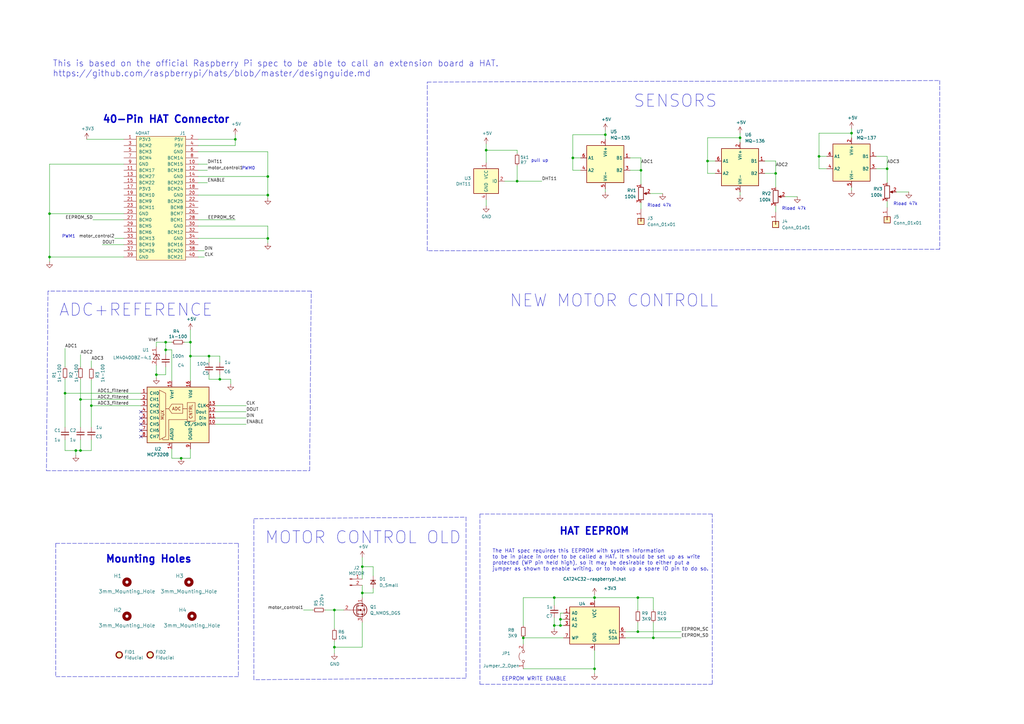
<source format=kicad_sch>
(kicad_sch (version 20211123) (generator eeschema)
  (paper "A3")
  (title_block (title "Raspberry Pi HAT Sensors") (date "2022-07-21") (rev "2"))
  (lib_symbols
    (symbol "Analog_ADC:MCP3208" (pin_names (offset 1.016))
      (property "Reference" "U" (at -5.08 13.335 0))
      (property "Value" "MCP3208" (at -5.08 11.43 0))
      (symbol "MCP3208_0_0"
        (text "ADC" (at -0.635 1.27 0) (effects (font (size 1.27 1.27))))
        (text "CNTRL" (at 5.969 -2.921 900) (effects (font (size 1.27 1.27)) (justify left bottom)))
        (text "MUX" (at -6.35 -1.27 900) (effects (font (size 1.27 1.27))))
      )
      (symbol "MCP3208_0_1"
        (polyline (pts (xy -3.81 1.27) (xy -5.08 1.27)))
        (polyline (pts (xy 1.905 1.27) (xy 3.81 1.27)))
        (polyline (pts (xy -7.62 8.89) (xy -7.62 -11.43) (xy -5.08 -10.16) (xy -5.08 7.62) (xy -7.62 8.89)))
        (polyline (pts (xy 3.81 -3.175) (xy -3.81 -3.175) (xy -3.81 -11.43) (xy -6.35 -11.43) (xy -6.35 -10.795)))
        (polyline (pts (xy 1.905 3.175) (xy 1.905 -0.635) (xy -2.54 -0.635) (xy -3.81 1.27) (xy -2.54 3.175) (xy 1.905 3.175)))
        (rectangle (start 3.81 -3.81) (end 6.985 3.81))
        (rectangle (start 12.7 -12.7) (end -12.7 10.16) (stroke (width 0.254)) (fill (type background)))
      )
      (symbol "MCP3208_1_1"
        (pin input line (at -15.24 7.62 0) (length 2.54) (name "CH0") (number "1"))
        (pin input line (at 15.24 -5.08 180) (length 2.54) (name "~{CS}/SHDN") (number "10"))
        (pin input line (at 15.24 -2.54 180) (length 2.54) (name "Din") (number "11"))
        (pin output line (at 15.24 0 180) (length 2.54) (name "Dout") (number "12"))
        (pin input clock (at 15.24 2.54 180) (length 2.54) (name "CLK") (number "13"))
        (pin power_in line (at -2.54 -15.24 90) (length 2.54) (name "AGND") (number "14"))
        (pin power_in line (at -2.54 12.7 270) (length 2.54) (name "Vref") (number "15"))
        (pin power_in line (at 5.08 12.7 270) (length 2.54) (name "Vdd") (number "16"))
        (pin input line (at -15.24 5.08 0) (length 2.54) (name "CH1") (number "2"))
        (pin input line (at -15.24 2.54 0) (length 2.54) (name "CH2") (number "3"))
        (pin input line (at -15.24 0 0) (length 2.54) (name "CH3") (number "4"))
        (pin input line (at -15.24 -2.54 0) (length 2.54) (name "CH4") (number "5"))
        (pin input line (at -15.24 -5.08 0) (length 2.54) (name "CH5") (number "6"))
        (pin input line (at -15.24 -7.62 0) (length 2.54) (name "CH6") (number "7"))
        (pin input line (at -15.24 -10.16 0) (length 2.54) (name "CH7") (number "8"))
        (pin power_in line (at 5.08 -15.24 90) (length 2.54) (name "DGND") (number "9"))
      )
    )
    (symbol "Connector:Conn_01x02_Male" (pin_names (offset 1.016) hide)
      (property "Reference" "J" (at 0 2.54 0))
      (property "Value" "Conn_01x02_Male" (at 0 -5.08 0))
      (symbol "Conn_01x02_Male_1_1"
        (polyline (pts (xy 1.27 -2.54) (xy 0.8636 -2.54)) (stroke (width 0.1524)))
        (polyline (pts (xy 1.27 0) (xy 0.8636 0)) (stroke (width 0.1524)))
        (rectangle (start 0.8636 -2.413) (end 0 -2.667) (stroke (width 0.1524)) (fill (type outline)))
        (rectangle (start 0.8636 0.127) (end 0 -0.127) (stroke (width 0.1524)) (fill (type outline)))
        (pin passive line (at 5.08 0 180) (length 3.81) (name "Pin_1") (number "1"))
        (pin passive line (at 5.08 -2.54 180) (length 3.81) (name "Pin_2") (number "2"))
      )
    )
    (symbol "Connector_Generic:Conn_01x01" (pin_names (offset 1.016) hide)
      (property "Reference" "J" (at 0 2.54 0))
      (property "Value" "Conn_01x01" (at 0 -2.54 0))
      (symbol "Conn_01x01_1_1"
        (rectangle (start -1.27 0.127) (end 0 -0.127) (stroke (width 0.1524)))
        (rectangle (start -1.27 1.27) (end 1.27 -1.27) (stroke (width 0.254)) (fill (type background)))
        (pin passive line (at -5.08 0 0) (length 3.81) (name "Pin_1") (number "1"))
      )
    )
    (symbol "Device:C_Small" (pin_numbers hide) (pin_names (offset 0.254) hide)
      (property "Reference" "C" (at 0.254 1.778 0))
      (property "Value" "C_Small" (at 0.254 -2.032 0))
      (symbol "C_Small_0_1"
        (polyline (pts (xy -1.524 -0.508) (xy 1.524 -0.508)) (stroke (width 0.3302)))
        (polyline (pts (xy -1.524 0.508) (xy 1.524 0.508)) (stroke (width 0.3048)))
      )
      (symbol "C_Small_1_1"
        (pin passive line (at 0 2.54 270) (length 2.032) (name "~") (number "1"))
        (pin passive line (at 0 -2.54 90) (length 2.032) (name "~") (number "2"))
      )
    )
    (symbol "Device:D_Small" (pin_numbers hide) (pin_names (offset 0.254) hide)
      (property "Reference" "D" (at -1.27 2.032 0))
      (property "Value" "D_Small" (at -3.81 -2.032 0))
      (symbol "D_Small_0_1"
        (polyline (pts (xy -0.762 -1.016) (xy -0.762 1.016)) (stroke (width 0.254)))
        (polyline (pts (xy -0.762 0) (xy 0.762 0)))
        (polyline (pts (xy 0.762 -1.016) (xy -0.762 0) (xy 0.762 1.016) (xy 0.762 -1.016)) (stroke (width 0.254)))
      )
      (symbol "D_Small_1_1"
        (pin passive line (at -2.54 0 0) (length 1.778) (name "K") (number "1"))
        (pin passive line (at 2.54 0 180) (length 1.778) (name "A") (number "2"))
      )
    )
    (symbol "Device:Q_NMOS_DGS" (pin_names (offset 0) hide)
      (property "Reference" "Q" (at 5.08 1.27 0))
      (property "Value" "Q_NMOS_DGS" (at 5.08 -1.27 0))
      (symbol "Q_NMOS_DGS_0_1"
        (polyline (pts (xy 0.254 0) (xy -2.54 0)))
        (polyline (pts (xy 0.254 1.905) (xy 0.254 -1.905)) (stroke (width 0.254)))
        (polyline (pts (xy 0.762 -1.27) (xy 0.762 -2.286)) (stroke (width 0.254)))
        (polyline (pts (xy 0.762 0.508) (xy 0.762 -0.508)) (stroke (width 0.254)))
        (polyline (pts (xy 0.762 2.286) (xy 0.762 1.27)) (stroke (width 0.254)))
        (polyline (pts (xy 2.54 2.54) (xy 2.54 1.778)))
        (polyline (pts (xy 2.54 -2.54) (xy 2.54 0) (xy 0.762 0)))
        (polyline (pts (xy 0.762 -1.778) (xy 3.302 -1.778) (xy 3.302 1.778) (xy 0.762 1.778)))
        (polyline (pts (xy 1.016 0) (xy 2.032 0.381) (xy 2.032 -0.381) (xy 1.016 0)) (fill (type outline)))
        (polyline (pts (xy 2.794 0.508) (xy 2.921 0.381) (xy 3.683 0.381) (xy 3.81 0.254)))
        (polyline (pts (xy 3.302 0.381) (xy 2.921 -0.254) (xy 3.683 -0.254) (xy 3.302 0.381)))
        (circle (center 1.651 0) (radius 2.794) (stroke (width 0.254)))
        (circle (center 2.54 -1.778) (radius 0.254) (fill (type outline)))
        (circle (center 2.54 1.778) (radius 0.254) (fill (type outline)))
      )
      (symbol "Q_NMOS_DGS_1_1"
        (pin passive line (at 2.54 5.08 270) (length 2.54) (name "D") (number "1"))
        (pin input line (at -5.08 0 0) (length 2.54) (name "G") (number "2"))
        (pin passive line (at 2.54 -5.08 90) (length 2.54) (name "S") (number "3"))
      )
    )
    (symbol "Device:R_Potentiometer" (pin_names (offset 1.016) hide)
      (property "Reference" "RV" (at -4.445 0 90))
      (property "Value" "R_Potentiometer" (at -2.54 0 90))
      (symbol "R_Potentiometer_0_1"
        (polyline (pts (xy 2.54 0) (xy 1.524 0)))
        (polyline (pts (xy 1.143 0) (xy 2.286 0.508) (xy 2.286 -0.508) (xy 1.143 0)) (fill (type outline)))
        (rectangle (start 1.016 2.54) (end -1.016 -2.54) (stroke (width 0.254)))
      )
      (symbol "R_Potentiometer_1_1"
        (pin passive line (at 0 3.81 270) (length 1.27) (name "1") (number "1"))
        (pin passive line (at 3.81 0 180) (length 1.27) (name "2") (number "2"))
        (pin passive line (at 0 -3.81 90) (length 1.27) (name "3") (number "3"))
      )
    )
    (symbol "Device:R_Small" (pin_numbers hide) (pin_names (offset 0.254) hide)
      (property "Reference" "R" (at 0.762 0.508 0))
      (property "Value" "R_Small" (at 0.762 -1.016 0))
      (symbol "R_Small_0_1"
        (rectangle (start -0.762 1.778) (end 0.762 -1.778) (stroke (width 0.2032)))
      )
      (symbol "R_Small_1_1"
        (pin passive line (at 0 2.54 270) (length 0.762) (name "~") (number "1"))
        (pin passive line (at 0 -2.54 90) (length 0.762) (name "~") (number "2"))
      )
    )
    (symbol "Jumper:Jumper_2_Open" (pin_names (offset 0) hide)
      (property "Reference" "JP" (at 0 2.794 0))
      (property "Value" "Jumper_2_Open" (at 0 -2.286 0))
      (symbol "Jumper_2_Open_0_0"
        (circle (center -2.032 0) (radius 0.508))
        (circle (center 2.032 0) (radius 0.508))
      )
      (symbol "Jumper_2_Open_0_1"
        (arc (start 1.524 1.27) (mid 0 1.778) (end -1.524 1.27))
      )
      (symbol "Jumper_2_Open_1_1"
        (pin passive line (at -5.08 0 0) (length 2.54) (name "A") (number "1"))
        (pin passive line (at 5.08 0 180) (length 2.54) (name "B") (number "2"))
      )
    )
    (symbol "Mechanical:Fiducial"
      (property "Reference" "FID" (at 0 5.08 0))
      (property "Value" "Fiducial" (at 0 3.175 0))
      (symbol "Fiducial_0_1"
        (circle (center 0 0) (radius 1.27) (stroke (width 0.508)) (fill (type background)))
      )
    )
    (symbol "Mechanical:MountingHole" (pin_names (offset 1.016))
      (property "Reference" "H" (at 0 5.08 0))
      (property "Value" "MountingHole" (at 0 3.175 0))
      (symbol "MountingHole_0_1"
        (circle (center 0 0) (radius 1.27) (stroke (width 1.27)))
      )
    )
    (symbol "RPI_HAT_sensors-rescue:CAT24C32-raspberrypi_hat" (pin_names (offset 0.762))
      (property "Reference" "U" (at -8.89 8.89 0))
      (property "Value" "CAT24C32-raspberrypi_hat" (at 6.35 8.89 0))
      (symbol "CAT24C32-raspberrypi_hat_0_0"
        (pin power_in line (at 0 -10.16 90) (length 2.54) (name "GND") (number "4"))
        (pin power_in line (at 0 10.16 270) (length 2.54) (name "VCC") (number "8"))
      )
      (symbol "CAT24C32-raspberrypi_hat_1_1"
        (rectangle (start -10.16 -7.62) (end 10.16 7.62) (stroke (width 0.254)) (fill (type background)))
        (pin input line (at -12.7 5.08 0) (length 2.54) (name "A0") (number "1"))
        (pin input line (at -12.7 2.54 0) (length 2.54) (name "A1") (number "2"))
        (pin input line (at -12.7 0 0) (length 2.54) (name "A2") (number "3"))
        (pin bidirectional line (at 12.7 -5.08 180) (length 2.54) (name "SDA") (number "5"))
        (pin input line (at 12.7 -2.54 180) (length 2.54) (name "SCL") (number "6"))
        (pin input line (at -12.7 -5.08 0) (length 2.54) (name "WP") (number "7"))
      )
    )
    (symbol "Reference_Voltage:LM4040DBZ-4.1" (pin_names (offset 0.0254) hide)
      (property "Reference" "U" (at 0 2.54 0))
      (property "Value" "LM4040DBZ-4.1" (at 0 -3.175 0))
      (symbol "LM4040DBZ-4.1_0_1"
        (polyline (pts (xy -1.27 0) (xy 0 0) (xy 1.27 0)))
        (polyline (pts (xy -1.27 -1.27) (xy 0.635 0) (xy -1.27 1.27) (xy -1.27 -1.27)) (stroke (width 0.2032)))
        (polyline (pts (xy 0 -1.27) (xy 0.635 -1.27) (xy 0.635 1.27) (xy 1.27 1.27)) (stroke (width 0.2032)))
      )
      (symbol "LM4040DBZ-4.1_1_1"
        (pin passive line (at 3.81 0 180) (length 2.54) (name "K") (number "1"))
        (pin passive line (at -3.81 0 0) (length 2.54) (name "A") (number "2"))
      )
    )
    (symbol "Sensor:DHT11"
      (property "Reference" "U" (at -3.81 6.35 0))
      (property "Value" "DHT11" (at 3.81 6.35 0))
      (symbol "DHT11_0_1"
        (rectangle (start -5.08 5.08) (end 5.08 -5.08) (stroke (width 0.254)) (fill (type background)))
      )
      (symbol "DHT11_1_1"
        (pin power_in line (at 0 7.62 270) (length 2.54) (name "VCC") (number "1"))
        (pin bidirectional line (at 7.62 0 180) (length 2.54) (name "IO") (number "2"))
        (pin no_connect line (at -5.08 0 0) (length 2.54) hide (name "NC") (number "3"))
        (pin power_in line (at 0 -7.62 90) (length 2.54) (name "GND") (number "4"))
      )
    )
    (symbol "Sensor_Gas:MQ-6"
      (property "Reference" "U" (at -6.35 8.89 0))
      (property "Value" "MQ-6" (at 3.81 8.89 0))
      (symbol "MQ-6_0_1"
        (rectangle (start -7.62 7.62) (end 7.62 -7.62) (stroke (width 0.254)) (fill (type background)))
      )
      (symbol "MQ-6_1_1"
        (pin passive line (at 10.16 2.54 180) (length 2.54) (name "B1") (number "1"))
        (pin power_in line (at 0 10.16 270) (length 2.54) (name "VH+") (number "2"))
        (pin passive line (at 10.16 -2.54 180) (length 2.54) (name "B2") (number "3"))
        (pin passive line (at -10.16 -2.54 0) (length 2.54) (name "A2") (number "4"))
        (pin power_in line (at 0 -10.16 90) (length 2.54) (name "VH-") (number "5"))
        (pin passive line (at -10.16 2.54 0) (length 2.54) (name "A1") (number "6"))
      )
    )
    (symbol "power:+3.3V" (power) (pin_names (offset 0))
      (property "Value" "+3.3V" (at 0 3.556 0))
      (symbol "+3.3V_0_1"
        (polyline (pts (xy -0.762 1.27) (xy 0 2.54)))
        (polyline (pts (xy 0 0) (xy 0 2.54)))
        (polyline (pts (xy 0 2.54) (xy 0.762 1.27)))
      )
      (symbol "+3.3V_1_1"
        (pin power_in line (at 0 0 90) (length 0) hide (name "+3V3") (number "1"))
      )
    )
    (symbol "power:+5V" (power) (pin_names (offset 0))
      (property "Value" "+5V" (at 0 3.556 0))
      (symbol "+5V_0_1"
        (polyline (pts (xy -0.762 1.27) (xy 0 2.54)))
        (polyline (pts (xy 0 0) (xy 0 2.54)))
        (polyline (pts (xy 0 2.54) (xy 0.762 1.27)))
      )
      (symbol "+5V_1_1"
        (pin power_in line (at 0 0 90) (length 0) hide (name "+5V") (number "1"))
      )
    )
    (symbol "power:GND" (power) (pin_names (offset 0))
      (property "Value" "GND" (at 0 -3.81 0))
      (symbol "GND_0_1"
        (polyline (pts (xy 0 0) (xy 0 -1.27) (xy 1.27 -1.27) (xy 0 -2.54) (xy -1.27 -1.27) (xy 0 -1.27)))
      )
      (symbol "GND_1_1"
        (pin power_in line (at 0 0 270) (length 0) hide (name "GND") (number "1"))
      )
    )
    (symbol "raspberrypi_hat:OX40HAT" (pin_names (offset 1.016))
      (property "Reference" "J" (at 8.89 2.54 0))
      (property "Value" "OX40HAT" (at -7.62 2.54 0))
      (symbol "OX40HAT_0_1"
        (rectangle (start -10.16 1.27) (end 10.16 -49.53) (fill (type background)))
      )
      (symbol "OX40HAT_1_1"
        (pin bidirectional line (at -15.24 0 0) (length 5.08) (name "P3V3") (number "1"))
        (pin bidirectional line (at 15.24 -10.16 180) (length 5.08) (name "BCM15") (number "10"))
        (pin bidirectional line (at -15.24 -12.7 0) (length 5.08) (name "BCM17") (number "11"))
        (pin bidirectional line (at 15.24 -12.7 180) (length 5.08) (name "BCM18") (number "12"))
        (pin bidirectional line (at -15.24 -15.24 0) (length 5.08) (name "BCM27") (number "13"))
        (pin bidirectional line (at 15.24 -15.24 180) (length 5.08) (name "GND") (number "14"))
        (pin bidirectional line (at -15.24 -17.78 0) (length 5.08) (name "BCM22") (number "15"))
        (pin bidirectional line (at 15.24 -17.78 180) (length 5.08) (name "BCM23") (number "16"))
        (pin bidirectional line (at -15.24 -20.32 0) (length 5.08) (name "P3V3") (number "17"))
        (pin bidirectional line (at 15.24 -20.32 180) (length 5.08) (name "BCM24") (number "18"))
        (pin bidirectional line (at -15.24 -22.86 0) (length 5.08) (name "BCM10") (number "19"))
        (pin bidirectional line (at 15.24 0 180) (length 5.08) (name "P5V") (number "2"))
        (pin bidirectional line (at 15.24 -22.86 180) (length 5.08) (name "GND") (number "20"))
        (pin bidirectional line (at -15.24 -25.4 0) (length 5.08) (name "BCM9") (number "21"))
        (pin bidirectional line (at 15.24 -25.4 180) (length 5.08) (name "BCM25") (number "22"))
        (pin bidirectional line (at -15.24 -27.94 0) (length 5.08) (name "BCM11") (number "23"))
        (pin bidirectional line (at 15.24 -27.94 180) (length 5.08) (name "BCM8") (number "24"))
        (pin bidirectional line (at -15.24 -30.48 0) (length 5.08) (name "GND") (number "25"))
        (pin bidirectional line (at 15.24 -30.48 180) (length 5.08) (name "BCM7") (number "26"))
        (pin bidirectional line (at -15.24 -33.02 0) (length 5.08) (name "BCM0") (number "27"))
        (pin bidirectional line (at 15.24 -33.02 180) (length 5.08) (name "BCM1") (number "28"))
        (pin bidirectional line (at -15.24 -35.56 0) (length 5.08) (name "BCM5") (number "29"))
        (pin bidirectional line (at -15.24 -2.54 0) (length 5.08) (name "BCM2") (number "3"))
        (pin bidirectional line (at 15.24 -35.56 180) (length 5.08) (name "GND") (number "30"))
        (pin bidirectional line (at -15.24 -38.1 0) (length 5.08) (name "BCM6") (number "31"))
        (pin bidirectional line (at 15.24 -38.1 180) (length 5.08) (name "BCM12") (number "32"))
        (pin bidirectional line (at -15.24 -40.64 0) (length 5.08) (name "BCM13") (number "33"))
        (pin bidirectional line (at 15.24 -40.64 180) (length 5.08) (name "GND") (number "34"))
        (pin bidirectional line (at -15.24 -43.18 0) (length 5.08) (name "BCM19") (number "35"))
        (pin bidirectional line (at 15.24 -43.18 180) (length 5.08) (name "BCM16") (number "36"))
        (pin bidirectional line (at -15.24 -45.72 0) (length 5.08) (name "BCM26") (number "37"))
        (pin bidirectional line (at 15.24 -45.72 180) (length 5.08) (name "BCM20") (number "38"))
        (pin bidirectional line (at -15.24 -48.26 0) (length 5.08) (name "GND") (number "39"))
        (pin bidirectional line (at 15.24 -2.54 180) (length 5.08) (name "P5V") (number "4"))
        (pin bidirectional line (at 15.24 -48.26 180) (length 5.08) (name "BCM21") (number "40"))
        (pin bidirectional line (at -15.24 -5.08 0) (length 5.08) (name "BCM3") (number "5"))
        (pin bidirectional line (at 15.24 -5.08 180) (length 5.08) (name "GND") (number "6"))
        (pin bidirectional line (at -15.24 -7.62 0) (length 5.08) (name "BCM4") (number "7"))
        (pin bidirectional line (at 15.24 -7.62 180) (length 5.08) (name "BCM14") (number "8"))
        (pin bidirectional line (at -15.24 -10.16 0) (length 5.08) (name "GND") (number "9"))
      )
    )
  )
  (junction (at 148.59 232.41))
  (junction (at 290.195 66.04))
  (junction (at 137.16 250.19))
  (junction (at 227.33 256.54))
  (junction (at 20.32 87.63))
  (junction (at 85.725 146.05))
  (junction (at 137.16 265.43))
  (junction (at 335.915 64.135))
  (junction (at 96.52 57.15))
  (junction (at 74.295 187.96))
  (junction (at 243.84 274.32))
  (junction (at 199.39 61.595))
  (junction (at 214.63 261.62))
  (junction (at 31.115 184.785))
  (junction (at 261.62 245.11))
  (junction (at 261.62 259.08))
  (junction (at 33.02 163.83))
  (junction (at 78.105 140.335))
  (junction (at 303.53 56.515))
  (junction (at 78.105 146.05))
  (junction (at 349.25 54.61))
  (junction (at 229.87 256.54))
  (junction (at 262.89 69.85))
  (junction (at 109.855 80.01))
  (junction (at 33.02 184.785))
  (junction (at 148.59 243.205))
  (junction (at 318.135 71.12))
  (junction (at 20.32 105.41))
  (junction (at 212.09 74.295))
  (junction (at 229.87 254))
  (junction (at 64.135 153.67))
  (junction (at 90.17 155.575))
  (junction (at 267.97 261.62))
  (junction (at 37.465 166.37))
  (junction (at 67.945 143.51))
  (junction (at 363.855 69.215))
  (junction (at 26.67 161.29))
  (junction (at 248.285 55.245))
  (junction (at 109.855 97.79))
  (junction (at 243.84 245.11))
  (junction (at 227.33 245.11))
  (junction (at 234.95 64.77))
  (junction (at 109.855 72.39))
  (junction (at 67.945 140.335))
  (no_connect (at 57.785 168.91))
  (no_connect (at 57.785 173.99))
  (no_connect (at 57.785 171.45))
  (no_connect (at 57.785 179.07))
  (no_connect (at 57.785 176.53))
  (wire (pts (xy 363.855 64.135) (xy 363.855 69.215)))
  (wire (pts (xy 81.28 80.01) (xy 109.855 80.01)))
  (wire (pts (xy 85.725 146.05) (xy 85.725 148.59)))
  (wire (pts (xy 81.28 90.17) (xy 96.52 90.17)))
  (wire (pts (xy 26.67 142.875) (xy 26.67 150.495)))
  (wire (pts (xy 137.16 257.81) (xy 137.16 250.19)))
  (wire (pts (xy 261.62 255.27) (xy 261.62 259.08)))
  (wire (pts (xy 229.87 251.46) (xy 231.14 251.46)))
  (polyline (pts (xy 292.1 210.82) (xy 196.85 210.82)))
  (wire (pts (xy 96.52 57.15) (xy 96.52 59.69)))
  (wire (pts (xy 88.265 173.99) (xy 100.965 173.99)))
  (wire (pts (xy 199.39 61.595) (xy 212.09 61.595)))
  (polyline (pts (xy 104.14 278.765) (xy 104.14 212.725)))
  (wire (pts (xy 41.91 100.33) (xy 50.8 100.33)))
  (wire (pts (xy 335.915 54.61) (xy 349.25 54.61)))
  (wire (pts (xy 256.54 261.62) (xy 267.97 261.62)))
  (wire (pts (xy 70.485 187.96) (xy 70.485 184.15)))
  (wire (pts (xy 50.8 87.63) (xy 20.32 87.63)))
  (wire (pts (xy 109.855 81.28) (xy 109.855 80.01)))
  (wire (pts (xy 229.87 254) (xy 231.14 254)))
  (wire (pts (xy 94.615 155.575) (xy 94.615 157.48)))
  (wire (pts (xy 109.855 72.39) (xy 109.855 80.01)))
  (wire (pts (xy 267.97 255.27) (xy 267.97 261.62)))
  (wire (pts (xy 148.59 243.205) (xy 153.035 243.205)))
  (wire (pts (xy 261.62 245.11) (xy 261.62 250.19)))
  (wire (pts (xy 81.28 92.71) (xy 109.855 92.71)))
  (wire (pts (xy 67.945 143.51) (xy 67.945 140.335)))
  (wire (pts (xy 153.035 236.22) (xy 153.035 232.41)))
  (wire (pts (xy 229.87 251.46) (xy 229.87 254)))
  (wire (pts (xy 318.135 71.12) (xy 318.135 76.835)))
  (polyline (pts (xy 97.79 222.885) (xy 97.79 277.495)))
  (wire (pts (xy 258.445 64.77) (xy 262.89 64.77)))
  (wire (pts (xy 243.84 266.7) (xy 243.84 274.32)))
  (wire (pts (xy 248.285 53.34) (xy 248.285 55.245)))
  (wire (pts (xy 81.28 57.15) (xy 96.52 57.15)))
  (polyline (pts (xy 175.26 33.655) (xy 385.445 33.02)))
  (wire (pts (xy 349.25 52.705) (xy 349.25 54.61)))
  (wire (pts (xy 318.135 84.455) (xy 318.135 86.995)))
  (polyline (pts (xy 292.1 280.67) (xy 292.1 210.82)))
  (polyline (pts (xy 22.86 222.885) (xy 22.86 277.495)))
  (polyline (pts (xy 385.445 33.02) (xy 385.445 102.235)))
  (wire (pts (xy 100.965 168.91) (xy 88.265 168.91)))
  (wire (pts (xy 290.195 71.12) (xy 290.195 66.04)))
  (wire (pts (xy 26.67 155.575) (xy 26.67 161.29)))
  (wire (pts (xy 85.725 155.575) (xy 85.725 153.67)))
  (polyline (pts (xy 22.86 222.885) (xy 97.79 222.885)))
  (wire (pts (xy 267.97 245.11) (xy 267.97 250.19)))
  (polyline (pts (xy 19.05 193.04) (xy 127 193.04)))
  (wire (pts (xy 81.28 74.93) (xy 85.09 74.93)))
  (wire (pts (xy 234.95 69.85) (xy 234.95 64.77)))
  (wire (pts (xy 293.37 71.12) (xy 290.195 71.12)))
  (polyline (pts (xy 97.79 277.495) (xy 22.86 277.495)))
  (wire (pts (xy 262.89 64.77) (xy 262.89 69.85)))
  (polyline (pts (xy 127 193.04) (xy 127.635 119.38)))
  (wire (pts (xy 26.67 180.34) (xy 26.67 184.785)))
  (wire (pts (xy 148.59 245.11) (xy 148.59 243.205)))
  (wire (pts (xy 212.09 74.295) (xy 207.01 74.295)))
  (wire (pts (xy 37.465 166.37) (xy 57.785 166.37)))
  (wire (pts (xy 37.465 166.37) (xy 37.465 175.26)))
  (wire (pts (xy 227.33 245.11) (xy 227.33 248.285)))
  (wire (pts (xy 64.135 154.94) (xy 64.135 153.67)))
  (wire (pts (xy 26.67 161.29) (xy 57.785 161.29)))
  (wire (pts (xy 137.16 265.43) (xy 137.16 262.89)))
  (polyline (pts (xy 196.85 210.82) (xy 196.85 280.67)))
  (wire (pts (xy 148.59 240.03) (xy 148.59 243.205)))
  (wire (pts (xy 78.105 184.15) (xy 78.105 187.96)))
  (wire (pts (xy 234.95 64.77) (xy 234.95 55.245)))
  (wire (pts (xy 96.52 55.245) (xy 96.52 57.15)))
  (wire (pts (xy 64.135 153.67) (xy 67.945 153.67)))
  (wire (pts (xy 367.665 78.74) (xy 372.745 78.74)))
  (wire (pts (xy 290.195 66.04) (xy 293.37 66.04)))
  (wire (pts (xy 70.485 143.51) (xy 70.485 156.21)))
  (wire (pts (xy 262.89 83.185) (xy 262.89 85.725)))
  (wire (pts (xy 137.16 265.43) (xy 148.59 265.43)))
  (wire (pts (xy 70.485 143.51) (xy 67.945 143.51)))
  (wire (pts (xy 64.135 140.335) (xy 67.945 140.335)))
  (wire (pts (xy 81.28 67.31) (xy 85.09 67.31)))
  (wire (pts (xy 227.33 245.11) (xy 214.63 245.11)))
  (wire (pts (xy 148.59 232.41) (xy 148.59 228.6)))
  (wire (pts (xy 74.295 187.96) (xy 70.485 187.96)))
  (wire (pts (xy 339.09 69.215) (xy 335.915 69.215)))
  (polyline (pts (xy 127.635 119.38) (xy 19.685 119.38)))
  (wire (pts (xy 85.725 146.05) (xy 90.17 146.05)))
  (wire (pts (xy 153.035 243.205) (xy 153.035 241.3)))
  (wire (pts (xy 214.63 245.11) (xy 214.63 256.54)))
  (wire (pts (xy 303.53 56.515) (xy 303.53 58.42)))
  (wire (pts (xy 335.915 69.215) (xy 335.915 64.135)))
  (wire (pts (xy 37.465 147.955) (xy 37.465 150.7137)))
  (wire (pts (xy 38.1 90.17) (xy 50.8 90.17)))
  (wire (pts (xy 148.59 265.43) (xy 148.59 255.27)))
  (wire (pts (xy 33.02 180.34) (xy 33.02 184.785)))
  (wire (pts (xy 267.97 261.62) (xy 279.4 261.62)))
  (wire (pts (xy 243.84 245.11) (xy 243.84 246.38)))
  (wire (pts (xy 31.115 184.785) (xy 26.67 184.785)))
  (polyline (pts (xy 19.685 119.38) (xy 19.05 193.04)))
  (wire (pts (xy 243.84 274.32) (xy 243.84 276.225)))
  (wire (pts (xy 261.62 245.11) (xy 267.97 245.11)))
  (wire (pts (xy 133.35 250.19) (xy 137.16 250.19)))
  (wire (pts (xy 78.105 146.05) (xy 78.105 140.335)))
  (wire (pts (xy 124.46 250.19) (xy 128.27 250.19)))
  (polyline (pts (xy 175.26 102.87) (xy 175.26 33.655)))
  (wire (pts (xy 33.02 155.575) (xy 33.02 163.83)))
  (wire (pts (xy 335.915 64.135) (xy 335.915 54.61)))
  (wire (pts (xy 20.32 67.31) (xy 20.32 87.63)))
  (wire (pts (xy 153.035 232.41) (xy 148.59 232.41)))
  (wire (pts (xy 349.25 76.835) (xy 349.25 78.105)))
  (wire (pts (xy 248.285 77.47) (xy 248.285 78.74)))
  (wire (pts (xy 227.33 257.81) (xy 227.33 256.54)))
  (polyline (pts (xy 191.135 212.09) (xy 191.135 278.13)))
  (polyline (pts (xy 385.445 102.235) (xy 175.26 102.87)))
  (wire (pts (xy 335.915 64.135) (xy 339.09 64.135)))
  (wire (pts (xy 31.115 184.785) (xy 33.02 184.785)))
  (wire (pts (xy 262.89 69.85) (xy 262.89 75.565)))
  (polyline (pts (xy 191.135 278.13) (xy 104.14 278.765)))
  (wire (pts (xy 359.41 64.135) (xy 363.855 64.135)))
  (wire (pts (xy 199.39 81.915) (xy 199.39 84.455)))
  (wire (pts (xy 214.63 274.32) (xy 243.84 274.32)))
  (wire (pts (xy 20.32 105.41) (xy 20.32 107.315)))
  (wire (pts (xy 67.945 145.415) (xy 67.945 143.51)))
  (wire (pts (xy 88.265 166.37) (xy 100.965 166.37)))
  (wire (pts (xy 303.53 54.61) (xy 303.53 56.515)))
  (wire (pts (xy 81.28 72.39) (xy 109.855 72.39)))
  (wire (pts (xy 37.465 180.34) (xy 37.465 184.785)))
  (polyline (pts (xy 104.14 212.725) (xy 191.135 212.09)))
  (wire (pts (xy 78.105 146.05) (xy 85.725 146.05)))
  (wire (pts (xy 303.53 78.74) (xy 303.53 80.01)))
  (wire (pts (xy 109.855 92.71) (xy 109.855 97.79)))
  (wire (pts (xy 243.84 245.11) (xy 261.62 245.11)))
  (wire (pts (xy 90.17 155.575) (xy 90.17 153.67)))
  (wire (pts (xy 229.87 254) (xy 229.87 256.54)))
  (wire (pts (xy 266.7 79.375) (xy 271.78 79.375)))
  (wire (pts (xy 26.67 161.29) (xy 26.67 175.26)))
  (wire (pts (xy 109.855 62.23) (xy 109.855 72.39)))
  (wire (pts (xy 78.105 140.335) (xy 78.105 135.255)))
  (wire (pts (xy 227.33 256.54) (xy 229.87 256.54)))
  (wire (pts (xy 229.87 256.54) (xy 231.14 256.54)))
  (wire (pts (xy 81.28 105.41) (xy 83.82 105.41)))
  (wire (pts (xy 20.32 105.41) (xy 50.8 105.41)))
  (wire (pts (xy 349.25 54.61) (xy 349.25 56.515)))
  (wire (pts (xy 20.32 67.31) (xy 50.8 67.31)))
  (wire (pts (xy 137.16 250.19) (xy 140.97 250.19)))
  (wire (pts (xy 78.105 187.96) (xy 74.295 187.96)))
  (wire (pts (xy 243.84 243.84) (xy 243.84 245.11)))
  (wire (pts (xy 78.105 146.05) (xy 78.105 156.21)))
  (wire (pts (xy 313.69 66.04) (xy 318.135 66.04)))
  (wire (pts (xy 248.285 55.245) (xy 248.285 57.15)))
  (wire (pts (xy 313.69 71.12) (xy 318.135 71.12)))
  (wire (pts (xy 81.28 59.69) (xy 96.52 59.69)))
  (wire (pts (xy 81.28 97.79) (xy 109.855 97.79)))
  (wire (pts (xy 90.17 155.575) (xy 94.615 155.575)))
  (wire (pts (xy 109.855 99.695) (xy 109.855 97.79)))
  (wire (pts (xy 33.02 163.83) (xy 33.02 175.26)))
  (wire (pts (xy 321.945 80.645) (xy 327.025 80.645)))
  (wire (pts (xy 212.09 74.295) (xy 222.25 74.295)))
  (wire (pts (xy 20.32 87.63) (xy 20.32 105.41)))
  (wire (pts (xy 214.63 261.62) (xy 214.63 264.16)))
  (wire (pts (xy 238.125 69.85) (xy 234.95 69.85)))
  (wire (pts (xy 234.95 55.245) (xy 248.285 55.245)))
  (wire (pts (xy 359.41 69.215) (xy 363.855 69.215)))
  (wire (pts (xy 64.135 140.335) (xy 64.135 142.24)))
  (wire (pts (xy 234.95 64.77) (xy 238.125 64.77)))
  (wire (pts (xy 78.105 140.335) (xy 75.565 140.335)))
  (wire (pts (xy 31.115 186.69) (xy 31.115 184.785)))
  (wire (pts (xy 212.09 67.945) (xy 212.09 74.295)))
  (wire (pts (xy 64.135 153.67) (xy 64.135 149.86)))
  (wire (pts (xy 214.63 261.62) (xy 231.14 261.62)))
  (wire (pts (xy 258.445 69.85) (xy 262.89 69.85)))
  (wire (pts (xy 67.945 150.495) (xy 67.945 153.67)))
  (wire (pts (xy 199.39 66.675) (xy 199.39 61.595)))
  (wire (pts (xy 256.54 259.08) (xy 261.62 259.08)))
  (wire (pts (xy 88.265 171.45) (xy 100.965 171.45)))
  (wire (pts (xy 50.8 57.15) (xy 35.56 57.15)))
  (wire (pts (xy 212.09 61.595) (xy 212.09 62.865)))
  (wire (pts (xy 46.99 97.79) (xy 50.8 97.79)))
  (wire (pts (xy 227.33 253.365) (xy 227.33 256.54)))
  (wire (pts (xy 363.855 69.215) (xy 363.855 74.93)))
  (wire (pts (xy 318.135 66.04) (xy 318.135 71.12)))
  (wire (pts (xy 33.02 184.785) (xy 37.465 184.785)))
  (wire (pts (xy 261.62 259.08) (xy 279.4 259.08)))
  (polyline (pts (xy 196.85 280.67) (xy 292.1 280.67)))
  (wire (pts (xy 90.17 146.05) (xy 90.17 148.59)))
  (wire (pts (xy 243.84 245.11) (xy 227.33 245.11)))
  (wire (pts (xy 37.465 155.7937) (xy 37.465 166.37)))
  (wire (pts (xy 85.09 69.85) (xy 81.28 69.85)))
  (wire (pts (xy 137.16 267.97) (xy 137.16 265.43)))
  (wire (pts (xy 85.725 155.575) (xy 90.17 155.575)))
  (wire (pts (xy 33.02 145.415) (xy 33.02 150.495)))
  (wire (pts (xy 290.195 66.04) (xy 290.195 56.515)))
  (wire (pts (xy 290.195 56.515) (xy 303.53 56.515)))
  (wire (pts (xy 199.39 61.595) (xy 199.39 59.055)))
  (wire (pts (xy 81.28 62.23) (xy 109.855 62.23)))
  (wire (pts (xy 81.28 102.87) (xy 83.82 102.87)))
  (wire (pts (xy 67.945 140.335) (xy 70.485 140.335)))
  (wire (pts (xy 148.59 237.49) (xy 148.59 232.41)))
  (wire (pts (xy 363.855 82.55) (xy 363.855 85.09)))
  (wire (pts (xy 33.02 163.83) (xy 57.785 163.83)))
  (text "NEW MOTOR CONTROLL" (at 208.915 126.365 0) (effects (font (size 5 5)) (justify left bottom)))
  (text "This is based on the official Raspberry Pi spec to be able to call an extension board a HAT.\nhttps://github.com/raspberrypi/hats/blob/master/designguide.md" (at 21.59 31.75 0) (effects (font (size 2.54 2.54)) (justify left bottom)))
  (text "Rload 47k" (at 366.395 84.455 0) (effects (font (size 1.27 1.27)) (justify left bottom)))
  (text "The HAT spec requires this EEPROM with system information\nto be in place in order to be called a HAT. It should be set up as write\nprotected (WP pin held high), so it may be desirable to either put a \njumper as shown to enable writing, or to hook up a spare IO pin to do so." (at 201.93 234.315 0) (effects (font (size 1.524 1.524)) (justify left bottom)))
  (text "PWM0" (at 99.06 69.85 0) (effects (font (size 1.27 1.27)) (justify left bottom)))
  (text "PWM1" (at 25.4 97.79 0) (effects (font (size 1.27 1.27)) (justify left bottom)))
  (text "Rload 47k" (at 265.43 85.09 0) (effects (font (size 1.27 1.27)) (justify left bottom)))
  (text "ADC+REFERENCE" (at 24.13 130.175 0) (effects (font (size 5 5)) (justify left bottom)))
  (text "Rload 47k" (at 320.675 86.36 0) (effects (font (size 1.27 1.27)) (justify left bottom)))
  (text "SENSORS" (at 259.715 44.45 0) (effects (font (size 5 5)) (justify left bottom)))
  (text "40-Pin HAT Connector" (at 41.91 50.8 0) (effects (font (size 2.9972 2.9972) (thickness 0.5994) bold) (justify left bottom)))
  (text "Mounting Holes" (at 43.18 231.14 0) (effects (font (size 2.9972 2.9972) (thickness 0.5994) bold) (justify left bottom)))
  (text "HAT EEPROM" (at 229.235 219.71 0) (effects (font (size 2.9972 2.9972) (thickness 0.5994) bold) (justify left bottom)))
  (text "EEPROM WRITE ENABLE" (at 205.74 279.4 0) (effects (font (size 1.524 1.524)) (justify left bottom)))
  (text "pull up" (at 217.805 66.675 0) (effects (font (size 1.27 1.27)) (justify left bottom)))
  (text "MOTOR CONTROL OLD" (at 108.585 223.52 0) (effects (font (size 5 5)) (justify left bottom)))
  (label "ADC3_filtered" (at 40.005 166.37 0))
  (label "EEPROM_SC" (at 96.52 90.17 180))
  (label "EEPROM_SC" (at 279.4 259.08 0))
  (label "DOUT" (at 100.965 168.91 0))
  (label "ADC1_filtered" (at 40.005 161.29 0))
  (label "ADC2" (at 33.02 145.415 0))
  (label "motor_control2" (at 46.99 97.79 180))
  (label "ENABLE" (at 100.965 173.99 0))
  (label "ADC1" (at 262.89 67.31 0))
  (label "EEPROM_SD" (at 279.4 261.62 0))
  (label "DHT11" (at 222.25 74.295 0))
  (label "DIN" (at 83.82 102.87 0))
  (label "ADC2" (at 318.135 68.58 0))
  (label "motor_control1" (at 124.46 250.19 180))
  (label "ENABLE" (at 85.09 74.93 0))
  (label "CLK" (at 100.965 166.37 0))
  (label "EEPROM_SD" (at 38.1 90.17 180))
  (label "motor_control1" (at 85.09 69.85 0))
  (label "ADC2_filtered" (at 40.005 163.83 0))
  (label "ADC1" (at 26.67 142.875 0))
  (label "Vref" (at 64.77 140.335 180))
  (label "DIN" (at 100.965 171.45 0))
  (label "DOUT" (at 41.91 100.33 0))
  (label "DHT11" (at 85.09 67.31 0))
  (label "ADC3" (at 37.465 147.955 0))
  (label "CLK" (at 83.82 105.41 0))
  (label "ADC3" (at 363.855 67.31 0))
  (symbol (lib_id "Mechanical:MountingHole") (at 52.07 238.76 0) (unit 1)
    (property "Reference" "H1" (at 48.26 236.22 0) (effects (font (size 1.524 1.524))))
    (property "Value" "3mm_Mounting_Hole" (at 52.07 242.57 0) (effects (font (size 1.524 1.524))))
    (property "Footprint" "project_footprints:NPTH_3mm_ID" (effects hide))
  )
  (symbol (lib_id "Mechanical:MountingHole") (at 77.47 238.76 0) (unit 1)
    (property "Reference" "H3" (at 73.66 236.22 0) (effects (font (size 1.524 1.524))))
    (property "Value" "3mm_Mounting_Hole" (at 77.47 242.57 0) (effects (font (size 1.524 1.524))))
    (property "Footprint" "project_footprints:NPTH_3mm_ID" (effects hide))
  )
  (symbol (lib_id "Mechanical:MountingHole") (at 52.07 252.73 0) (unit 1)
    (property "Reference" "H2" (at 48.26 250.19 0) (effects (font (size 1.524 1.524))))
    (property "Value" "3mm_Mounting_Hole" (at 52.07 256.54 0) (effects (font (size 1.524 1.524))))
    (property "Footprint" "project_footprints:NPTH_3mm_ID" (effects hide))
  )
  (symbol (lib_id "Mechanical:MountingHole") (at 78.74 252.73 0) (unit 1)
    (property "Reference" "H4" (at 74.93 250.19 0) (effects (font (size 1.524 1.524))))
    (property "Value" "3mm_Mounting_Hole" (at 78.74 256.54 0) (effects (font (size 1.524 1.524))))
    (property "Footprint" "project_footprints:NPTH_3mm_ID" (effects hide))
  )
  (symbol (lib_id "raspberrypi_hat:OX40HAT") (at 66.04 57.15 0) (unit 1)
    (property "Reference" "J1" (at 74.93 54.61 0))
    (property "Value" "40HAT" (at 58.42 54.61 0))
    (property "Footprint" "Connector_PinSocket_2.54mm:PinSocket_2x20_P2.54mm_Vertical" (effects hide))
  )
  (symbol (lib_id "RPI_HAT_sensors-rescue:CAT24C32-raspberrypi_hat") (at 243.84 256.54 0) (unit 1)
    (property "Reference" "U4" (at 238.76 247.65 0))
    (property "Value" "CAT24C32-raspberrypi_hat" (at 243.84 237.49 0))
    (property "Footprint" "Package_SO:TSSOP-8_4.4x3mm_P0.65mm" (effects hide))
  )
  (symbol (lib_id "Jumper:Jumper_2_Open") (at 214.63 269.24 90) (unit 1)
    (property "Reference" "JP1" (at 205.74 267.97 90) (effects (justify right)))
    (property "Value" "Jumper_2_Open" (at 198.12 273.05 90) (effects (justify right)))
    (property "Footprint" "Connector_PinHeader_2.54mm:PinHeader_1x02_P2.54mm_Vertical" (effects hide))
  )
  (symbol (lib_id "Device:R_Small") (at 137.16 260.35 0) (unit 1)
    (property "Reference" "R6" (at 138.6586 259.1816 0) (effects (justify left)))
    (property "Value" "10k" (at 138.6586 261.493 0) (effects (justify left)))
    (property "Footprint" "Resistor_THT:R_Axial_DIN0204_L3.6mm_D1.6mm_P7.62mm_Horizontal" (effects hide))
  )
  (symbol (lib_id "Device:R_Small") (at 214.63 259.08 0) (unit 1)
    (property "Reference" "R8" (at 208.28 258.445 0) (effects (justify left)))
    (property "Value" "3K9" (at 208.28 260.7564 0) (effects (justify left)))
    (property "Footprint" "Resistor_SMD:R_0805_2012Metric_Pad1.20x1.40mm_HandSolder" (effects hide))
  )
  (symbol (lib_id "Device:R_Small") (at 33.02 153.035 180) (unit 1)
    (property "Reference" "R2" (at 29.21 152.4 90) (effects (justify left)))
    (property "Value" "1k-100" (at 31.3436 149.225 90) (effects (justify left)))
    (property "Footprint" "Resistor_SMD:R_0805_2012Metric_Pad1.20x1.40mm_HandSolder" (effects hide))
  )
  (symbol (lib_id "Device:R_Small") (at 267.97 252.73 0) (unit 1)
    (property "Reference" "R10" (at 269.4686 251.5616 0) (effects (justify left)))
    (property "Value" "3K9" (at 269.4686 253.873 0) (effects (justify left)))
    (property "Footprint" "Resistor_SMD:R_0805_2012Metric_Pad1.20x1.40mm_HandSolder" (effects hide))
  )
  (symbol (lib_id "Connector_Generic:Conn_01x01") (at 363.855 90.17 270) (unit 1)
    (property "Reference" "J5" (at 366.395 88.8999 90) (effects (justify left)))
    (property "Value" "Conn_01x01" (at 366.395 91.4399 90) (effects (justify left)))
    (property "Footprint" "Connector_PinHeader_2.54mm:PinHeader_1x01_P2.54mm_Vertical" (effects hide))
  )
  (symbol (lib_id "power:+3.3V") (at 35.56 57.15 0) (unit 1)
    (property "Reference" "#PWR03" (effects hide))
    (property "Value" "+3.3V" (at 35.941 52.7558 0))
  )
  (symbol (lib_id "Device:C_Small") (at 33.02 177.8 0) (unit 1)
    (property "Reference" "C2" (at 28.575 176.53 0) (effects (justify left)))
    (property "Value" "1u" (at 28.575 180.34 0) (effects (justify left)))
    (property "Footprint" "Capacitor_SMD:C_0805_2012Metric_Pad1.18x1.45mm_HandSolder" (effects hide))
  )
  (symbol (lib_id "power:GND") (at 243.84 276.225 0) (unit 1)
    (property "Reference" "#PWR017" (effects hide))
    (property "Value" "GND" (effects hide))
  )
  (symbol (lib_id "power:GND") (at 199.39 84.455 0) (unit 1)
    (property "Reference" "#PWR014" (effects hide))
    (property "Value" "GND" (at 199.517 88.8492 0))
  )
  (symbol (lib_id "Device:C_Small") (at 85.725 151.13 180) (unit 1)
    (property "Reference" "C5" (at 85.725 153.035 0) (effects (justify left)))
    (property "Value" "100n" (at 85.725 149.225 0) (effects (justify left)))
    (property "Footprint" "Capacitor_SMD:C_0805_2012Metric_Pad1.18x1.45mm_HandSolder" (effects hide))
  )
  (symbol (lib_id "power:GND") (at 109.855 99.695 0) (unit 1)
    (property "Reference" "#PWR010" (effects hide))
    (property "Value" "GND" (effects hide))
  )
  (symbol (lib_id "Device:R_Small") (at 261.62 252.73 0) (unit 1)
    (property "Reference" "R9" (at 263.1186 251.5616 0) (effects (justify left)))
    (property "Value" "3K9" (at 263.1186 253.873 0) (effects (justify left)))
    (property "Footprint" "Resistor_SMD:R_0805_2012Metric_Pad1.20x1.40mm_HandSolder" (effects hide))
  )
  (symbol (lib_id "power:+5V") (at 248.285 53.34 0) (unit 1)
    (property "Reference" "#PWR018" (effects hide))
    (property "Value" "+5V" (at 248.666 48.9458 0))
  )
  (symbol (lib_id "Device:D_Small") (at 153.035 238.76 270) (unit 1)
    (property "Reference" "D1" (at 155.575 237.4899 90) (effects (justify left)))
    (property "Value" "D_Small" (at 155.575 240.0299 90) (effects (justify left)))
  )
  (symbol (lib_id "power:+5V") (at 78.105 135.255 0) (unit 1)
    (property "Reference" "#PWR06" (effects hide))
    (property "Value" "+5V" (at 78.486 130.8608 0))
  )
  (symbol (lib_id "Mechanical:Fiducial") (at 61.595 268.605 0) (unit 1)
    (property "Reference" "FID2" (at 63.754 267.4366 0) (effects (justify left)))
    (property "Value" "Fiducial" (at 63.754 269.748 0) (effects (justify left)))
    (property "Footprint" "Symbol:WEEE-Logo_4.2x6mm_SilkScreen" (effects hide))
  )
  (symbol (lib_id "Analog_ADC:MCP3208") (at 73.025 168.91 0) (unit 1)
    (property "Reference" "U2" (at 64.77 184.15 0))
    (property "Value" "MCP3208" (at 64.77 186.4614 0))
    (property "Footprint" "Package_SO:SOIC-16_3.9x9.9mm_P1.27mm" (effects hide))
    (property "Datasheet" "http://ww1.microchip.com/downloads/en/DeviceDoc/21298c.pdf" (effects hide))
  )
  (symbol (lib_id "Device:C_Small") (at 227.33 250.825 180) (unit 1)
    (property "Reference" "C7" (at 226.695 252.73 0) (effects (justify left)))
    (property "Value" "1u" (at 226.695 248.92 0) (effects (justify left)))
    (property "Footprint" "Capacitor_SMD:C_0805_2012Metric_Pad1.18x1.45mm_HandSolder" (effects hide))
  )
  (symbol (lib_id "power:GND") (at 271.78 79.375 0) (unit 1)
    (property "Reference" "#PWR020" (effects hide))
    (property "Value" "GND" (effects hide))
  )
  (symbol (lib_id "power:+5V") (at 303.53 54.61 0) (unit 1)
    (property "Reference" "#PWR021" (effects hide))
    (property "Value" "+5V" (at 303.911 50.2158 0))
  )
  (symbol (lib_id "Device:R_Potentiometer") (at 363.855 78.74 0) (unit 1)
    (property "Reference" "RV3" (at 361.95 77.4699 0) (effects (justify right)))
    (property "Value" "100k" (at 361.95 80.0099 0) (effects (justify right)))
    (property "Footprint" "Potentiometer_THT:Potentiometer_Piher_PT-10-V05_Vertical" (effects hide))
  )
  (symbol (lib_id "Reference_Voltage:LM4040DBZ-4.1") (at 64.135 146.05 90) (unit 1)
    (property "Reference" "U1" (at 58.42 143.51 90) (effects (justify right)))
    (property "Value" "LM4040DBZ-4.1" (at 46.355 146.685 90) (effects (justify right)))
    (property "Footprint" "Package_TO_SOT_SMD:SOT-23" (effects hide))
    (property "Datasheet" "http://www.ti.com/lit/ds/symlink/lm4040-n.pdf" (effects hide))
  )
  (symbol (lib_id "power:GND") (at 64.135 154.94 0) (unit 1)
    (property "Reference" "#PWR04" (effects hide))
    (property "Value" "GND" (effects hide))
  )
  (symbol (lib_id "Connector:Conn_01x02_Male") (at 143.51 237.49 0) (unit 1)
    (property "Reference" "J2" (at 146.2532 232.8926 0))
    (property "Value" "MOTOR" (at 146.2532 235.204 0))
    (property "Footprint" "Connector_PinHeader_2.54mm:PinHeader_1x02_P2.54mm_Vertical" (effects hide))
  )
  (symbol (lib_id "power:GND") (at 20.32 107.315 0) (unit 1)
    (property "Reference" "#PWR01" (effects hide))
    (property "Value" "GND" (effects hide))
  )
  (symbol (lib_id "power:GND") (at 349.25 78.105 0) (unit 1)
    (property "Reference" "#PWR025" (effects hide))
    (property "Value" "GND" (effects hide))
  )
  (symbol (lib_id "power:GND") (at 303.53 80.01 0) (unit 1)
    (property "Reference" "#PWR022" (effects hide))
    (property "Value" "GND" (effects hide))
  )
  (symbol (lib_id "Sensor_Gas:MQ-6") (at 303.53 68.58 0) (unit 1)
    (property "Reference" "U6" (at 305.5494 55.245 0) (effects (justify left)))
    (property "Value" "MQ-136" (at 305.5494 57.785 0) (effects (justify left)))
    (property "Footprint" "Sensor:MQ-6" (effects hide))
    (property "Datasheet" "https://www.winsen-sensor.com/d/files/semiconductor/mq-6.pdf" (effects hide))
  )
  (symbol (lib_id "Device:C_Small") (at 26.67 177.8 0) (unit 1)
    (property "Reference" "C1" (at 22.225 176.53 0) (effects (justify left)))
    (property "Value" "1u" (at 22.225 180.34 0) (effects (justify left)))
    (property "Footprint" "Capacitor_SMD:C_0805_2012Metric_Pad1.18x1.45mm_HandSolder" (effects hide))
  )
  (symbol (lib_id "Device:R_Small") (at 73.025 140.335 90) (unit 1)
    (property "Reference" "R4" (at 73.66 135.89 90) (effects (justify left)))
    (property "Value" "1k-100" (at 76.835 138.0236 90) (effects (justify left)))
    (property "Footprint" "Resistor_SMD:R_0805_2012Metric_Pad1.20x1.40mm_HandSolder" (effects hide))
  )
  (symbol (lib_id "Sensor:DHT11") (at 199.39 74.295 0) (unit 1)
    (property "Reference" "U3" (at 193.1924 73.1266 0) (effects (justify right)))
    (property "Value" "DHT11" (at 193.1924 75.438 0) (effects (justify right)))
    (property "Footprint" "Sensor:Aosong_DHT11_5.5x12.0_P2.54mm" (effects hide))
    (property "Datasheet" "http://akizukidenshi.com/download/ds/aosong/DHT11.pdf" (effects hide))
  )
  (symbol (lib_id "power:GND") (at 74.295 187.96 0) (unit 1)
    (property "Reference" "#PWR05" (effects hide))
    (property "Value" "GND" (effects hide))
  )
  (symbol (lib_id "Device:R_Small") (at 212.09 65.405 0) (unit 1)
    (property "Reference" "R7" (at 213.36 66.675 0) (effects (justify left)))
    (property "Value" "5k1" (at 213.36 64.5414 0) (effects (justify left)))
    (property "Footprint" "Resistor_SMD:R_0805_2012Metric_Pad1.20x1.40mm_HandSolder" (effects hide))
  )
  (symbol (lib_id "Sensor_Gas:MQ-6") (at 248.285 67.31 0) (unit 1)
    (property "Reference" "U5" (at 250.3044 53.975 0) (effects (justify left)))
    (property "Value" "MQ-135" (at 250.3044 56.515 0) (effects (justify left)))
    (property "Footprint" "Sensor:MQ-6" (effects hide))
    (property "Datasheet" "https://www.winsen-sensor.com/d/files/semiconductor/mq-6.pdf" (effects hide))
  )
  (symbol (lib_id "Device:C_Small") (at 37.465 177.8 180) (unit 1)
    (property "Reference" "C3" (at 41.91 179.07 0) (effects (justify left)))
    (property "Value" "1u" (at 41.91 175.26 0) (effects (justify left)))
    (property "Footprint" "Capacitor_SMD:C_0805_2012Metric_Pad1.18x1.45mm_HandSolder" (effects hide))
  )
  (symbol (lib_id "power:+5V") (at 349.25 52.705 0) (unit 1)
    (property "Reference" "#PWR024" (effects hide))
    (property "Value" "+5V" (at 349.631 48.3108 0))
  )
  (symbol (lib_id "Connector_Generic:Conn_01x01") (at 262.89 90.805 270) (unit 1)
    (property "Reference" "J3" (at 265.43 89.5349 90) (effects (justify left)))
    (property "Value" "Conn_01x01" (at 265.43 92.0749 90) (effects (justify left)))
    (property "Footprint" "Connector_PinHeader_2.54mm:PinHeader_1x01_P2.54mm_Vertical" (effects hide))
  )
  (symbol (lib_id "power:GND") (at 248.285 78.74 0) (unit 1)
    (property "Reference" "#PWR019" (effects hide))
    (property "Value" "GND" (effects hide))
  )
  (symbol (lib_id "Device:R_Small") (at 130.81 250.19 90) (unit 1)
    (property "Reference" "R5" (at 129.6416 248.6914 0) (effects (justify left)))
    (property "Value" "220+" (at 131.953 248.6914 0) (effects (justify left)))
    (property "Footprint" "Resistor_THT:R_Axial_DIN0204_L3.6mm_D1.6mm_P7.62mm_Horizontal" (effects hide))
  )
  (symbol (lib_id "power:GND") (at 31.115 186.69 0) (unit 1)
    (property "Reference" "#PWR02" (effects hide))
    (property "Value" "GND" (effects hide))
  )
  (symbol (lib_id "Sensor_Gas:MQ-6") (at 349.25 66.675 0) (unit 1)
    (property "Reference" "U7" (at 351.2694 53.975 0) (effects (justify left)))
    (property "Value" "MQ-137" (at 351.2694 56.515 0) (effects (justify left)))
    (property "Footprint" "Sensor:MQ-6" (effects hide))
    (property "Datasheet" "https://www.winsen-sensor.com/d/files/semiconductor/mq-6.pdf" (effects hide))
  )
  (symbol (lib_id "power:GND") (at 372.745 78.74 0) (unit 1)
    (property "Reference" "#PWR026" (effects hide))
    (property "Value" "GND" (effects hide))
  )
  (symbol (lib_id "Connector_Generic:Conn_01x01") (at 318.135 92.075 270) (unit 1)
    (property "Reference" "J4" (at 320.675 90.8049 90) (effects (justify left)))
    (property "Value" "Conn_01x01" (at 320.675 93.3449 90) (effects (justify left)))
    (property "Footprint" "Connector_PinHeader_2.54mm:PinHeader_1x01_P2.54mm_Vertical" (effects hide))
  )
  (symbol (lib_id "power:GND") (at 94.615 157.48 0) (unit 1)
    (property "Reference" "#PWR07" (effects hide))
    (property "Value" "GND" (effects hide))
  )
  (symbol (lib_id "power:GND") (at 327.025 80.645 0) (unit 1)
    (property "Reference" "#PWR023" (effects hide))
    (property "Value" "GND" (effects hide))
  )
  (symbol (lib_id "Mechanical:Fiducial") (at 48.895 268.605 0) (unit 1)
    (property "Reference" "FID1" (at 51.054 267.4366 0) (effects (justify left)))
    (property "Value" "Fiducial" (at 51.054 269.748 0) (effects (justify left)))
    (property "Footprint" "Fiducial:Fiducial_1.5mm_Mask3mm" (effects hide))
  )
  (symbol (lib_id "power:GND") (at 137.16 267.97 0) (unit 1)
    (property "Reference" "#PWR011" (effects hide))
    (property "Value" "GND" (at 137.287 272.3642 0))
  )
  (symbol (lib_id "Device:C_Small") (at 67.945 147.955 180) (unit 1)
    (property "Reference" "C4" (at 75.565 149.86 0) (effects (justify left)))
    (property "Value" "100n" (at 75.565 146.05 0) (effects (justify left)))
    (property "Footprint" "Capacitor_SMD:C_0805_2012Metric_Pad1.18x1.45mm_HandSolder" (effects hide))
  )
  (symbol (lib_id "power:+5V") (at 199.39 59.055 0) (unit 1)
    (property "Reference" "#PWR013" (effects hide))
    (property "Value" "+5V" (at 199.771 54.6608 0))
  )
  (symbol (lib_id "Device:C_Small") (at 90.17 151.13 180) (unit 1)
    (property "Reference" "C6" (at 94.615 152.4 0) (effects (justify left)))
    (property "Value" "1u" (at 94.615 148.59 0) (effects (justify left)))
    (property "Footprint" "Capacitor_SMD:C_0805_2012Metric_Pad1.18x1.45mm_HandSolder" (effects hide))
  )
  (symbol (lib_id "power:GND") (at 109.855 81.28 0) (unit 1)
    (property "Reference" "#PWR09" (effects hide))
    (property "Value" "GND" (effects hide))
  )
  (symbol (lib_id "power:GND") (at 227.33 257.81 0) (unit 1)
    (property "Reference" "#PWR015" (effects hide))
    (property "Value" "GND" (effects hide))
  )
  (symbol (lib_id "power:+3.3V") (at 243.84 243.84 0) (unit 1)
    (property "Reference" "#PWR016" (effects hide))
    (property "Value" "+3.3V" (at 250.19 241.3 0))
  )
  (symbol (lib_id "Device:R_Potentiometer") (at 262.89 79.375 0) (unit 1)
    (property "Reference" "RV1" (at 260.985 78.1049 0) (effects (justify right)))
    (property "Value" "100k" (at 260.985 80.6449 0) (effects (justify right)))
    (property "Footprint" "Potentiometer_THT:Potentiometer_Piher_PT-10-V05_Vertical" (effects hide))
  )
  (symbol (lib_id "Device:R_Small") (at 26.67 153.035 180) (unit 1)
    (property "Reference" "R1" (at 22.225 152.4 90) (effects (justify left)))
    (property "Value" "1k-100" (at 24.3586 149.225 90) (effects (justify left)))
    (property "Footprint" "Resistor_SMD:R_0805_2012Metric_Pad1.20x1.40mm_HandSolder" (effects hide))
  )
  (symbol (lib_id "power:+5V") (at 96.52 55.245 0) (unit 1)
    (property "Reference" "#PWR08" (effects hide))
    (property "Value" "+5V" (at 96.901 50.8508 0))
  )
  (symbol (lib_id "power:+5V") (at 148.59 228.6 0) (unit 1)
    (property "Reference" "#PWR012" (effects hide))
    (property "Value" "+5V" (at 148.971 224.2058 0))
  )
  (symbol (lib_id "Device:R_Potentiometer") (at 318.135 80.645 0) (unit 1)
    (property "Reference" "RV2" (at 316.23 79.3749 0) (effects (justify right)))
    (property "Value" "100k" (at 316.23 81.9149 0) (effects (justify right)))
    (property "Footprint" "Potentiometer_THT:Potentiometer_Piher_PT-10-V05_Vertical" (effects hide))
  )
  (symbol (lib_id "Device:Q_NMOS_DGS") (at 146.05 250.19 0) (unit 1)
    (property "Reference" "Q1" (at 151.765 248.9199 0) (effects (justify left)))
    (property "Value" "Q_NMOS_DGS" (at 151.765 251.4599 0) (effects (justify left)))
    (property "Footprint" "Package_TO_SOT_THT:TO-92_HandSolder" (effects hide))
  )
  (symbol (lib_id "Device:R_Small") (at 37.465 153.2537 180) (unit 1)
    (property "Reference" "R3" (at 40.005 152.4 90) (effects (justify left)))
    (property "Value" "1k-100" (at 42.1386 149.225 90) (effects (justify left)))
    (property "Footprint" "Resistor_SMD:R_0805_2012Metric_Pad1.20x1.40mm_HandSolder" (effects hide))
  )
)
</source>
